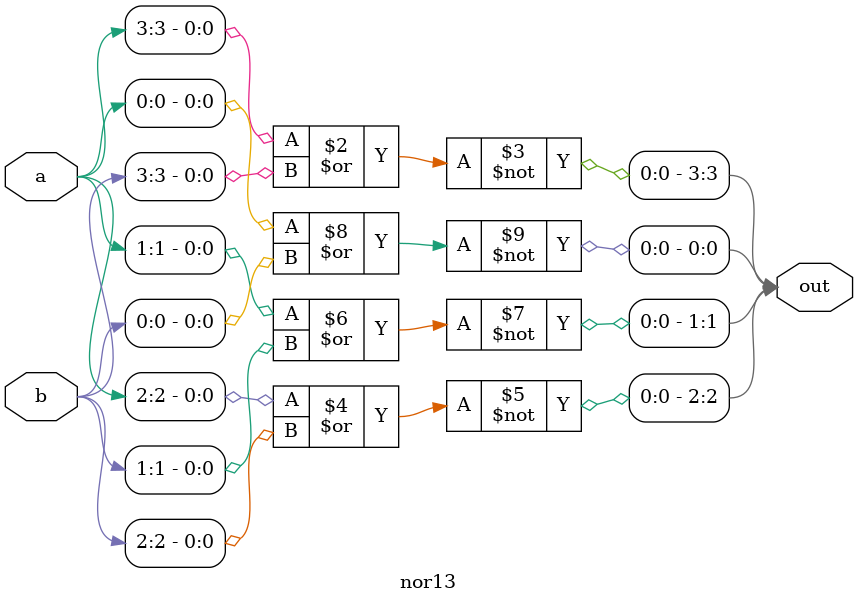
<source format=v>
module nor13 (
    input wire [3:0] a,
    input wire [3:0] b,
    output reg [3:0] out
);

always @(*) begin

    out[3] = ~(a[3] | b[3]);
    out[2] = ~(a[2] | b[2]);
    out[1] = ~(a[1] | b[1]);
    out[0] = ~(a[0] | b[0]);

end


endmodule
</source>
